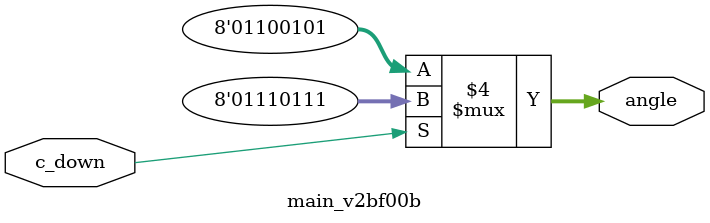
<source format=v>

`default_nettype none

module main #(
 parameter v3d0fbf = 8'd15,
 parameter v0ae405 = 8'd10,
 parameter v6ec67c = 8'd127,
 parameter v275834 = 80_000_000,
 parameter vf6d84e = 8'h40,
 parameter v350f57 = 8'hbf,
 parameter vef23c1 = 200_000,
 parameter v77874e = 0,
 parameter vd6e0a6 = 0,
 parameter v8a0d75 = 0,
 parameter vbfa150 = 255,
 parameter v48f44c = 255,
 parameter v5e4ec8 = 255,
 parameter v6dc2ee = 110,
 parameter vaa573c = 127
) (
 input v3948cc,
 input v617b87,
 input v506401,
 input vclk,
 output v319115,
 output va69428,
 output v4013e7,
 output v8357d7,
 output v4246bc,
 output vb0088b,
 output va1c7ea,
 output [0:4] vinit
);
 localparam p1 = v275834;
 localparam p3 = vef23c1;
 localparam p4 = v5e4ec8;
 localparam p5 = v8a0d75;
 localparam p7 = v6dc2ee;
 localparam p15 = v6ec67c;
 localparam p16 = v3d0fbf;
 localparam p17 = vf6d84e;
 localparam p18 = v350f57;
 localparam p27 = v0ae405;
 localparam p38 = vbfa150;
 localparam p40 = v77874e;
 localparam p42 = vaa573c;
 localparam p44 = v48f44c;
 localparam p45 = vd6e0a6;
 localparam p48 = vaa573c;
 wire w0;
 wire w2;
 wire w6;
 wire w8;
 wire w9;
 wire w10;
 wire w11;
 wire w12;
 wire w13;
 wire w14;
 wire w19;
 wire w20;
 wire [0:7] w21;
 wire [0:7] w22;
 wire [0:7] w23;
 wire w24;
 wire w25;
 wire [0:7] w26;
 wire [0:7] w28;
 wire w29;
 wire w30;
 wire w31;
 wire w32;
 wire w33;
 wire w34;
 wire [0:7] w35;
 wire [0:7] w36;
 wire w37;
 wire [0:7] w39;
 wire w41;
 wire w43;
 wire w46;
 wire w47;
 wire [0:7] w49;
 wire w50;
 wire w51;
 wire w52;
 wire w53;
 wire w54;
 wire w55;
 wire w56;
 wire w57;
 wire w58;
 wire w59;
 wire w60;
 wire w61;
 assign v8357d7 = w6;
 assign w11 = v617b87;
 assign w13 = v506401;
 assign w19 = v3948cc;
 assign va69428 = w24;
 assign vb0088b = w29;
 assign va1c7ea = w37;
 assign v319115 = w41;
 assign v4013e7 = w46;
 assign v4246bc = w50;
 assign w54 = vclk;
 assign w55 = vclk;
 assign w56 = vclk;
 assign w57 = vclk;
 assign w58 = vclk;
 assign w59 = vclk;
 assign w60 = vclk;
 assign w61 = vclk;
 assign w9 = w8;
 assign w10 = w8;
 assign w10 = w9;
 assign w25 = w24;
 assign w29 = w12;
 assign w33 = w12;
 assign w33 = w29;
 assign w34 = w14;
 assign w37 = w14;
 assign w37 = w34;
 assign w49 = w39;
 assign w51 = w43;
 assign w52 = w47;
 assign w55 = w54;
 assign w56 = w54;
 assign w56 = w55;
 assign w57 = w54;
 assign w57 = w55;
 assign w57 = w56;
 assign w58 = w54;
 assign w58 = w55;
 assign w58 = w56;
 assign w58 = w57;
 assign w59 = w54;
 assign w59 = w55;
 assign w59 = w56;
 assign w59 = w57;
 assign w59 = w58;
 assign w60 = w54;
 assign w60 = w55;
 assign w60 = w56;
 assign w60 = w57;
 assign w60 = w58;
 assign w60 = w59;
 assign w61 = w54;
 assign w61 = w55;
 assign w61 = w56;
 assign w61 = w57;
 assign w61 = w58;
 assign w61 = w59;
 assign w61 = w60;
 v2003b1 #(
  .veca477(p3)
 ) v4d1718 (
  .v22d3e8(w20),
  .vc04c2e(w54)
 );
 v2003b1 #(
  .veca477(p1)
 ) v9b05a6 (
  .v22d3e8(w2),
  .vc04c2e(w55)
 );
 v70ff7f vc69fb4 (
  .vef4cea(w0),
  .vb55943(w2),
  .vc24d9f(w8)
 );
 v3e6c24 v02bc91 (
  .v608bd9(w0)
 );
 v589d01 #(
  .v65ff05(p4),
  .v79a04d(p5),
  .vc78345(p7)
 ) veeeca6 (
  .v8aec2f(w6),
  .v4e3a3a(w8),
  .v3984b5(w26),
  .vc27e17(w56)
 );
 v91abf1 v583dfe (
  .vcdeb69(w9),
  .v695853(w12),
  .v09a613(w43)
 );
 v91abf1 v180790 (
  .vcdeb69(w10),
  .v695853(w14),
  .v09a613(w47)
 );
 v10d933 v6a480b (
  .v6a82dd(w11),
  .vd4e5d7(w12),
  .v444878(w57)
 );
 v10d933 v225039 (
  .v6a82dd(w13),
  .vd4e5d7(w14),
  .v444878(w58)
 );
 v36d45a #(
  .vc5c8ea(p15)
 ) v481981 (
  .v7d356d(w21)
 );
 v36d45a #(
  .vc5c8ea(p16)
 ) vd6c325 (
  .v7d356d(w35)
 );
 v36d45a #(
  .vc5c8ea(p17)
 ) v047ae1 (
  .v7d356d(w22)
 );
 v36d45a #(
  .vc5c8ea(p18)
 ) vb360aa (
  .v7d356d(w23)
 );
 va1b138 vf6141c (
  .v26bbef(w19),
  .v21a20e(w20),
  .v80e965(w21),
  .v8071e6(w22),
  .v9ec8c5(w23),
  .ve29c69(w24),
  .v71e3cf(w28),
  .vcff1aa(w39)
 );
 main_v2bf00b v2bf00b (
  .c_down(w25),
  .angle(w26)
 );
 v96b879 vc72c1a (
  .vd84de7(w28),
  .v6b9589(w32),
  .v33d7dd(w35),
  .vbcbf2f(w36)
 );
 v36d45a #(
  .vc5c8ea(p27)
 ) v6d63a7 (
  .v7d356d(w36)
 );
 v0ec077 va139e4 (
  .v25ee73(w30),
  .v4b5bc2(w34)
 );
 v0ec077 v17035d (
  .v25ee73(w31),
  .v4b5bc2(w33)
 );
 v493ea8 v4af042 (
  .v0e28cb(w30),
  .v3ca442(w31),
  .vcbab45(w32)
 );
 vde73c6 #(
  .v65ff05(p38),
  .v79a04d(p40),
  .vc78345(p42)
 ) vc0881c (
  .v3984b5(w39),
  .v8aec2f(w41),
  .v4e3a3a(w43),
  .vc27e17(w59)
 );
 vde73c6 #(
  .v65ff05(p44),
  .v79a04d(p45),
  .vc78345(p48)
 ) v3a7b92 (
  .v8aec2f(w46),
  .v4e3a3a(w47),
  .v3984b5(w49),
  .vc27e17(w60)
 );
 v683fb5 v02855d (
  .vc1e078(w50),
  .v988fa6(w53),
  .v3f7650(w61)
 );
 v3dfc1e v4dd0d6 (
  .v0e28cb(w51),
  .v3ca442(w52),
  .vcbab45(w53)
 );
 assign vinit = 5'b00000;
endmodule

module v2003b1 #(
 parameter veca477 = 12_000_000
) (
 input vc04c2e,
 output v22d3e8
);
 localparam p2 = veca477;
 wire w0;
 wire w1;
 assign w0 = vc04c2e;
 assign v22d3e8 = w1;
 v2003b1_v3805f2 #(
  .M_in(p2)
 ) v3805f2 (
  .clk(w0),
  .clk_out(w1)
 );
endmodule

module v2003b1_v3805f2 #(
 parameter M_in = 0
) (
 input clk,
 output clk_out
);
 //-- module bomba_x1(input wire clk, output wire clk_1hz)
 
 //-- Bombeo de bits de periodo regular a X Hz (Dictado por M y N)
 
 //-- Constante para dividir y obtener una frecuencia de  X Hz
 parameter M = M_in;
 
 //-- Calcular el numero de bits para almacenar M
 localparam N = $clog2(M);
 
 //-- Registro del divisor
 reg [N-1:0] divcounter;
 
 //-- Contador modulo M. tras M pulsos de reloj vuelve a 0
 always @(posedge clk)
   divcounter <= (divcounter == M - 1) ? 0 : divcounter + 1;
 
 //-- Obtener la señal de X Hz. La señal no tiene ciclo del 50%
 wire clk_doublehz;
 assign clk_doublehz = divcounter[N-1]; 
 
 //-- Usamos un biestable T para dividir entre 2 y obtener una señal
 //-- de X Hz y ciclo del 50%
 reg T = 0;
 always @(posedge clk_doublehz)
   T <= ~T;
   
 //-- Señal de salida de 1Hz y ciclo del 50%
 assign clk_out = T;
   
 //endmodule
endmodule

module v70ff7f (
 input vb55943,
 input vef4cea,
 output vc24d9f
);
 wire w0;
 wire w1;
 wire w2;
 assign w0 = vef4cea;
 assign w1 = vb55943;
 assign vc24d9f = w2;
 v70ff7f_v526aa2 v526aa2 (
  .d(w0),
  .clk(w1),
  .q(w2)
 );
endmodule

module v70ff7f_v526aa2 (
 input clk,
 input d,
 output q
);
 // D flip-flop
 
 reg q = 1'b0;
 
 always @(posedge clk)
 begin
   q <= d;
 end
 
 
endmodule

module v3e6c24 (
 output v608bd9
);
 wire w0;
 assign v608bd9 = w0;
 v3e6c24_v68c173 v68c173 (
  .v(w0)
 );
endmodule

module v3e6c24_v68c173 (
 output v
);
 // Bit 1
 
 assign v = 1'b1;
endmodule

module v589d01 #(
 parameter v79a04d = 8'h00,
 parameter v65ff05 = 8'hFF,
 parameter vc78345 = 8'h7F
) (
 input vc27e17,
 input [0:7] v3984b5,
 input v4e3a3a,
 output v8aec2f
);
 localparam p1 = v65ff05;
 localparam p2 = v79a04d;
 localparam p3 = vc78345;
 wire w0;
 wire w4;
 wire w5;
 wire [0:7] w6;
 assign v8aec2f = w0;
 assign w4 = vc27e17;
 assign w5 = v4e3a3a;
 assign w6 = v3984b5;
 v589d01_v815aa1 #(
  .in_max_angle(p1),
  .in_min_angle(p2),
  .in_home_pos(p3)
 ) v815aa1 (
  .servo(w0),
  .clk(w4),
  .enable_mov(w5),
  .bitpos(w6)
 );
endmodule

module v589d01_v815aa1 #(
 parameter in_min_angle = 0,
 parameter in_max_angle = 0,
 parameter in_home_pos = 0
) (
 input clk,
 input [7:0] bitpos,
 input enable_mov,
 output servo
);
 //-- ServoBit-180
 
 //-- Control de un servo Futaba 3003
 //-- con un bit. Se mueve a dos posiciones
 //-- Si enable movement está 0, el servo se mantiene en la posición "home_pos"
 //-- que se corresonden con 0 / 1
 //-- El angulo total recorrido es de 180 grados
 
 //-- ENTRADAS:
 //--  clk: Señal del sistema (12Mhz)
 //--  bitpos: Bit de posicion (0 - posicion derecha, 1 - posicion izquierda)
      
 //   Bitpos 0   Bitpos 1
 //    ___          ___
 //   | o---->  <----o |
 //   |   |        |   |
 //   |___|        |___|
 
 //-- SALIDAS:
 //-- servo : Señal PWM para controlar el servo
 
 //-- Constantes para el angulo DEL servo
 localparam ANG_0   = 8'h01;
 localparam ANG_45=8'h39;
 localparam ANG_90 = 8'h5F;
 localparam ANG_135=8'hAB;
 localparam ANG_180=8'hE0;
 localparam ANG_120=8'h5F;
 
 parameter min_angle =in_min_angle;
 parameter max_angle =in_max_angle;
 parameter home_pos=in_home_pos;
 
 //-- Posicion del servo cuando el
 //-- bit de entrada es 0
 //-- La corona del servo mira a la derecha
 localparam BIT0 = min_angle;
 
 //-- Posicion el servo cuando el BIT
 //-- de entrada es 1
 //-- La corona del servo mira a la izquierda
 localparam BIT1 = max_angle;
 
 //--Posicion del servo neutra o home
 localparam BITH=home_pos;
 
 
 //-- Posicion de 8 bits del servo
 reg [7:0] pos;
 
 //-- Asignar la posicion de 8 bits
 //-- segun si lo recibido es 0 ó 1 o segun si el enable_mov está activado
 always @(posedge clk)
     begin
     if (enable_mov ==0)
         begin
            pos<=BITH;
         end   
     else if (bitpos>BIT1)
         begin
            pos<=BIT1;
         end
     else if (bitpos<BIT0)
         begin
            pos<=BIT0;
         end
     else
         begin
            pos<=bitpos;
         end
     end
 
 
 //always @(posedge clk)
 //  begin//pos <= bitpos ? BIT1 : BIT0;
 //    if (enable_mov ==0)
 //       pos<=BITH;
 //    else if (bitpos==0)
 //       pos<=BIT0;
 //    else
 //       pos<=BIT1;
 //  end  
   
 //---
 //--- ServoMotor 
 
 //-- M es el valor del divisor para
 //-- obtener tics de M / 12.0 micro-segundos
 localparam M = 94; 
 localparam N = $clog2(M);
 
 //-- Contador para generar los tics
 reg [N-1:0] divcounter = 0;
 
 //-- Flag para indicar que un tic
 //-- ha ocurrido
 reg tic = 0;
 
 //-- Generacion de los tics. Cada
 //-- M ciclos del reloj se genera 1
 always @(posedge clk)
  tic <= (divcounter == M - 2);
 
 //-- Contador modulo M
 always @(posedge clk)
  if (tic)
    divcounter <= 0;
  else
    divcounter <= divcounter + 1;
 
 //-- Contador de la posicion del 
 //-- servo
 reg [10:0] angle_counter = 0;
 
 //-- A la posicion destino hay que
 //-- sumarle un offset, correspondiente
 //-- a los 0.3ms de la posicion inicial
 wire [8:0] pose = {1'b0, pos} + 9'd46;
 
 //-- Con cada tic se incrementa el
 //-- contador de angulo del servo
 always @(posedge clk)
  if (tic)
    angle_counter <= angle_counter + 1;
 
 //-- Cuando el contador es menor que el 
 //-- valor objetivo, la señal de PWM
 //-- del servo se pone 1, y 0 en 
 //-- caso contrario
 
 reg servo;
 
 always @(posedge clk) begin
  servo <= (angle_counter < {2'b00, pose});
  end
 
 
 
 
endmodule

module v91abf1 (
 input v695853,
 input vcdeb69,
 output v09a613
);
 wire w0;
 wire w1;
 wire w2;
 wire w3;
 assign v09a613 = w0;
 assign w2 = v695853;
 assign w3 = vcdeb69;
 v4b9553 v3d9ac5 (
  .vcbab45(w1),
  .v0e28cb(w2),
  .v3ca442(w3)
 );
 v0ec077 vfc842e (
  .v25ee73(w0),
  .v4b5bc2(w1)
 );
endmodule

module v4b9553 (
 input v0e28cb,
 input v3ca442,
 output vcbab45
);
 wire w0;
 wire w1;
 wire w2;
 assign w0 = v0e28cb;
 assign w1 = v3ca442;
 assign vcbab45 = w2;
 v4b9553_vf4938a vf4938a (
  .a(w0),
  .b(w1),
  .c(w2)
 );
 v44391c vf4114c (
 
 );
 v44391c vec8c80 (
 
 );
endmodule

module v4b9553_vf4938a (
 input a,
 input b,
 output c
);
 // NAND logic gate
 
 assign c = ~(a & b);
endmodule

module v44391c
;
 v74d69b v949c82 (
 
 );
 v74d69b ve0f5c7 (
 
 );
endmodule

module v74d69b
;
 vef9670 vdb7477 (
 
 );
 vef9670 v826842 (
 
 );
 vef9670 vdc9b55 (
 
 );
 vef9670 vea688b (
 
 );
endmodule

module vef9670
;
 v8450b0 vd09707 (
 
 );
 v8450b0 v38def6 (
 
 );
 v8450b0 v0c6e31 (
 
 );
 v8450b0 v3071e7 (
 
 );
 v8450b0 vca3873 (
 
 );
endmodule

module v8450b0
;

endmodule

module v0ec077 (
 input v4b5bc2,
 output v25ee73
);
 wire w0;
 wire w1;
 wire w2;
 assign v25ee73 = w0;
 assign w1 = v4b5bc2;
 assign w2 = v4b5bc2;
 assign w2 = w1;
 v4b9553 vdf6feb (
  .vcbab45(w0),
  .v0e28cb(w1),
  .v3ca442(w2)
 );
endmodule

module v10d933 (
 input v444878,
 input v6a82dd,
 output vd4e5d7
);
 wire w0;
 wire w1;
 wire w2;
 assign vd4e5d7 = w0;
 assign w1 = v444878;
 assign w2 = v6a82dd;
 v10d933_va7041c va7041c (
  .out(w0),
  .clk(w1),
  .in(w2)
 );
endmodule

module v10d933_va7041c (
 input clk,
 input in,
 output out
);
 //-- Debouncer Circuit
 //-- It produces a stable output when the
 //-- input signal is bouncing
 
 reg btn_prev = 0;
 reg btn_out_r = 0;
 
 reg [16:0] counter = 0;
 
 
 always @(posedge clk) begin
 
   //-- If btn_prev and btn_in are differents
   if (btn_prev ^ in == 1'b1) begin
     
       //-- Reset the counter
       counter <= 0;
       
       //-- Capture the button status
       btn_prev <= in;
   end
     
   //-- If no timeout, increase the counter
   else if (counter[16] == 1'b0)
       counter <= counter + 1;
       
   else
     //-- Set the output to the stable value
     btn_out_r <= btn_prev;
 
 end
 
 assign out = btn_out_r;
 
endmodule

module v36d45a #(
 parameter vc5c8ea = 8'h00
) (
 output [7:0] v7d356d
);
 localparam p1 = vc5c8ea;
 wire [0:7] w0;
 assign v7d356d = w0;
 v36d45a_v465065 #(
  .V(p1)
 ) v465065 (
  .k(w0)
 );
endmodule

module v36d45a_v465065 #(
 parameter V = 0
) (
 output [7:0] k
);
 assign k = V;
endmodule

module va1b138 (
 input v21a20e,
 input [7:0] v80e965,
 input v26bbef,
 input [7:0] v71e3cf,
 input [7:0] v8071e6,
 input [7:0] v9ec8c5,
 output [7:0] vcff1aa,
 output ve29c69
);
 wire w0;
 wire w1;
 wire w2;
 wire w3;
 wire w4;
 wire [0:7] w5;
 wire w6;
 wire w7;
 wire [0:7] w8;
 wire [0:7] w9;
 wire [0:7] w10;
 wire [0:7] w11;
 wire w12;
 assign w4 = v21a20e;
 assign w5 = v80e965;
 assign w6 = v26bbef;
 assign w7 = v21a20e;
 assign w8 = v71e3cf;
 assign w9 = v8071e6;
 assign w10 = v9ec8c5;
 assign vcff1aa = w11;
 assign ve29c69 = w12;
 assign w7 = w4;
 v493ea8 v41e751 (
  .vcbab45(w0),
  .v0e28cb(w3),
  .v3ca442(w6)
 );
 ve543ae v38a488 (
  .v74a653(w1),
  .vc6ae1f(w2),
  .vd7ce19(w4)
 );
 v725b7e vcd26cc (
  .v9fb85f(w1)
 );
 v0ec077 v161325 (
  .v4b5bc2(w2),
  .v25ee73(w3)
 );
 va1b138_vcd2561 vcd2561 (
  .reset(w0),
  .center(w5),
  .cnt(w7),
  .sum_value(w8),
  .min_v(w9),
  .max_v(w10),
  .value(w11),
  .ow(w12)
 );
endmodule

module va1b138_vcd2561 (
 input cnt,
 input [7:0] center,
 input reset,
 input [7:0] sum_value,
 input [7:0] min_v,
 input [7:0] max_v,
 output [7:0] value,
 output ow
);
 /*
 
 Oscillator Counter
 
 
 Created by Julián Caro Linares
 
 jcarolinares@gmail.co,
 */
 
 
 
 
 reg value;
 reg c_down;
 
 
 
 always @(posedge cnt)
     
     if (reset==1)
         value<=center;
     else if (value>=max_v && c_down==0)
             c_down<=1;
     else if (value<=min_v && c_down==1)
             c_down<=0;
     else
         if (c_down==0)
             value<=value+sum_value;
         else
             value<=value-sum_value;
 
 assign ow=c_down;
endmodule

module v493ea8 (
 input v0e28cb,
 input v3ca442,
 output vcbab45
);
 wire w0;
 wire w1;
 wire w2;
 wire w3;
 wire w4;
 assign w0 = v0e28cb;
 assign w1 = v3ca442;
 assign vcbab45 = w2;
 v0ec077 v1a413a (
  .v4b5bc2(w0),
  .v25ee73(w3)
 );
 v0ec077 v6168dd (
  .v4b5bc2(w1),
  .v25ee73(w4)
 );
 v4b9553 vdb792a (
  .vcbab45(w2),
  .v0e28cb(w3),
  .v3ca442(w4)
 );
endmodule

module ve543ae #(
 parameter v3c760f = 0
) (
 input vd7ce19,
 input v74a653,
 output vc6ae1f
);
 localparam p1 = v3c760f;
 wire w0;
 wire w2;
 wire w3;
 assign vc6ae1f = w0;
 assign w2 = vd7ce19;
 assign w3 = v74a653;
 v77050b #(
  .v38488b(p1)
 ) v767db1 (
  .vc24d9f(w0),
  .vb55943(w2),
  .vef4cea(w3)
 );
endmodule

module v77050b #(
 parameter v38488b = 0
) (
 input vb55943,
 input vef4cea,
 output vc24d9f
);
 localparam p3 = v38488b;
 wire w0;
 wire w1;
 wire w2;
 assign w0 = vef4cea;
 assign w1 = vb55943;
 assign vc24d9f = w2;
 v77050b_v526aa2 #(
  .DINI(p3)
 ) v526aa2 (
  .d(w0),
  .clk(w1),
  .q(w2)
 );
endmodule

module v77050b_v526aa2 #(
 parameter DINI = 0
) (
 input clk,
 input d,
 output q
);
 // D flip-flop
 // parameter DINI = 0;
 
 reg q = DINI;
 
 always @(posedge clk)
   q <= d;
   
 
 
endmodule

module v725b7e (
 output v9fb85f
);
 wire w0;
 assign v9fb85f = w0;
 v725b7e_vb2eccd vb2eccd (
  .q(w0)
 );
endmodule

module v725b7e_vb2eccd (
 output q
);
 //-- Bit constante a 1
 assign q = 1'b1;
 
 
endmodule

module v96b879 (
 input [7:0] vbcbf2f,
 input [7:0] v33d7dd,
 input v6b9589,
 output [7:0] vd84de7
);
 wire w0;
 wire [0:7] w1;
 wire [0:7] w2;
 wire [0:3] w3;
 wire [0:3] w4;
 wire w5;
 wire [0:7] w6;
 wire [0:3] w7;
 wire [0:3] w8;
 wire [0:3] w9;
 wire [0:3] w10;
 assign w0 = v6b9589;
 assign w1 = vbcbf2f;
 assign vd84de7 = w2;
 assign w5 = v6b9589;
 assign w6 = v33d7dd;
 assign w5 = w0;
 vac7f49 va86eae (
  .v6b9589(w0),
  .v0a890f(w3),
  .v9295ac(w9),
  .v8fe749(w10)
 );
 vdeb8ad v4d3ae3 (
  .v3d06d6(w1),
  .vd47139(w8),
  .va80ecf(w10)
 );
 v4856f5 v37e231 (
  .vb226fb(w2),
  .v0064b3(w3),
  .vbb1f02(w4)
 );
 vac7f49 v177a18 (
  .v0a890f(w4),
  .v6b9589(w5),
  .v9295ac(w7),
  .v8fe749(w8)
 );
 vdeb8ad v66c17f (
  .v3d06d6(w6),
  .vd47139(w7),
  .va80ecf(w9)
 );
endmodule

module vac7f49 (
 input [3:0] v8fe749,
 input [3:0] v9295ac,
 input v6b9589,
 output [3:0] v0a890f
);
 wire [0:3] w0;
 wire [0:3] w1;
 wire [0:3] w2;
 wire w3;
 wire w4;
 wire w5;
 wire w6;
 wire w7;
 wire w8;
 wire w9;
 wire w10;
 wire w11;
 wire w12;
 wire w13;
 wire w14;
 wire w15;
 wire w16;
 wire w17;
 wire w18;
 assign v0a890f = w0;
 assign w1 = v8fe749;
 assign w2 = v9295ac;
 assign w7 = v6b9589;
 assign w8 = v6b9589;
 assign w9 = v6b9589;
 assign w10 = v6b9589;
 assign w8 = w7;
 assign w9 = w7;
 assign w9 = w8;
 assign w10 = w7;
 assign w10 = w8;
 assign w10 = w9;
 v6ac608 v1bec58 (
  .vadf1ad(w0),
  .v9623df(w3),
  .v574e61(w4),
  .v19712c(w5),
  .ve7fe79(w6)
 );
 v1d9ca5 v082be3 (
  .v21a753(w1),
  .v679115(w12),
  .v48eacb(w14),
  .v39a44e(w16),
  .vf89854(w18)
 );
 v1d9ca5 v2dfb4e (
  .v21a753(w2),
  .v679115(w11),
  .v48eacb(w13),
  .v39a44e(w15),
  .vf89854(w17)
 );
 va27ebf v8a3f12 (
  .vdcf411(w3),
  .v02803c(w10),
  .v240f0a(w17),
  .v7e3c7c(w18)
 );
 va27ebf vdc5c10 (
  .vdcf411(w6),
  .v02803c(w9),
  .v240f0a(w15),
  .v7e3c7c(w16)
 );
 va27ebf v1724df (
  .vdcf411(w4),
  .v02803c(w8),
  .v240f0a(w13),
  .v7e3c7c(w14)
 );
 va27ebf v8fa40f (
  .vdcf411(w5),
  .v02803c(w7),
  .v240f0a(w11),
  .v7e3c7c(w12)
 );
endmodule

module v6ac608 (
 input v9623df,
 input ve7fe79,
 input v574e61,
 input v19712c,
 output [3:0] vadf1ad
);
 wire [0:3] w0;
 wire w1;
 wire w2;
 wire w3;
 wire w4;
 assign vadf1ad = w0;
 assign w1 = v19712c;
 assign w2 = v574e61;
 assign w3 = ve7fe79;
 assign w4 = v9623df;
 v6ac608_v89b409 v89b409 (
  .o(w0),
  .i0(w1),
  .i1(w2),
  .i2(w3),
  .i3(w4)
 );
endmodule

module v6ac608_v89b409 (
 input i3,
 input i2,
 input i1,
 input i0,
 output [3:0] o
);
 assign o = {i3,i2,i1,i0};
 
 
endmodule

module v1d9ca5 (
 input [3:0] v21a753,
 output vf89854,
 output v39a44e,
 output v48eacb,
 output v679115
);
 wire [0:3] w0;
 wire w1;
 wire w2;
 wire w3;
 wire w4;
 assign w0 = v21a753;
 assign v679115 = w1;
 assign v48eacb = w2;
 assign v39a44e = w3;
 assign vf89854 = w4;
 v1d9ca5_v89b409 v89b409 (
  .i(w0),
  .o0(w1),
  .o1(w2),
  .o2(w3),
  .o3(w4)
 );
endmodule

module v1d9ca5_v89b409 (
 input [3:0] i,
 output o3,
 output o2,
 output o1,
 output o0
);
 assign {o3,o2,o1,o0} = i;
 
 
endmodule

module va27ebf (
 input v7e3c7c,
 input v240f0a,
 input v02803c,
 output vdcf411
);
 wire w0;
 wire w1;
 wire w2;
 wire w3;
 wire w4;
 wire w5;
 wire w6;
 wire w7;
 assign vdcf411 = w0;
 assign w3 = v240f0a;
 assign w5 = v02803c;
 assign w6 = v7e3c7c;
 assign w7 = v02803c;
 assign w7 = w5;
 v493ea8 vc43974 (
  .vcbab45(w0),
  .v0e28cb(w1),
  .v3ca442(w2)
 );
 v91abf1 v2029a7 (
  .v09a613(w1),
  .v695853(w6),
  .vcdeb69(w7)
 );
 v0ec077 vee713b (
  .v25ee73(w4),
  .v4b5bc2(w5)
 );
 v91abf1 vcee616 (
  .v09a613(w2),
  .v695853(w3),
  .vcdeb69(w4)
 );
endmodule

module vdeb8ad (
 input [7:0] v3d06d6,
 output [3:0] va80ecf,
 output [3:0] vd47139
);
 wire [0:7] w0;
 wire [0:3] w1;
 wire [0:3] w2;
 assign w0 = v3d06d6;
 assign va80ecf = w1;
 assign vd47139 = w2;
 vdeb8ad_v89b409 v89b409 (
  .i(w0),
  .o1(w1),
  .o0(w2)
 );
endmodule

module vdeb8ad_v89b409 (
 input [7:0] i,
 output [3:0] o1,
 output [3:0] o0
);
 assign {o1,o0} = i;
 
 
endmodule

module v4856f5 (
 input [3:0] v0064b3,
 input [3:0] vbb1f02,
 output [7:0] vb226fb
);
 wire [0:3] w0;
 wire [0:3] w1;
 wire [0:7] w2;
 assign w0 = v0064b3;
 assign w1 = vbb1f02;
 assign vb226fb = w2;
 v4856f5_v89b409 v89b409 (
  .i1(w0),
  .i0(w1),
  .o(w2)
 );
endmodule

module v4856f5_v89b409 (
 input [3:0] i1,
 input [3:0] i0,
 output [7:0] o
);
 assign o = {i1,i0};
 
 
endmodule

module vde73c6 #(
 parameter v79a04d = 8'h00,
 parameter v65ff05 = 8'hFF,
 parameter vc78345 = 8'h7F
) (
 input vc27e17,
 input [0:7] v3984b5,
 input v4e3a3a,
 output v8aec2f
);
 localparam p1 = v65ff05;
 localparam p2 = v79a04d;
 localparam p3 = vc78345;
 wire w0;
 wire w4;
 wire w5;
 wire [0:7] w6;
 assign v8aec2f = w0;
 assign w4 = vc27e17;
 assign w5 = v4e3a3a;
 assign w6 = v3984b5;
 vde73c6_v815aa1 #(
  .in_max_angle(p1),
  .in_min_angle(p2),
  .in_home_pos(p3)
 ) v815aa1 (
  .servo(w0),
  .clk(w4),
  .enable_mov(w5),
  .bitpos(w6)
 );
endmodule

module vde73c6_v815aa1 #(
 parameter in_min_angle = 0,
 parameter in_max_angle = 0,
 parameter in_home_pos = 0
) (
 input clk,
 input [7:0] bitpos,
 input enable_mov,
 output servo
);
 //-- ServoBit-180
 
 //-- Control de un servo Futaba 3003
 //-- con un bit. Se mueve a dos posiciones
 //-- Si enable movement está 0, el servo se mantiene en la posición "home_pos"
 //-- que se corresonden con 0 / 1
 //-- El angulo total recorrido es de 180 grados
 
 //-- ENTRADAS:
 //--  clk: Señal del sistema (12Mhz)
 //--  bitpos: Bit de posicion (0 - posicion derecha, 1 - posicion izquierda)
      
 //   Bitpos 0   Bitpos 1
 //    ___          ___
 //   | o---->  <----o |
 //   |   |        |   |
 //   |___|        |___|
 
 //-- SALIDAS:
 //-- servo : Señal PWM para controlar el servo
 
 //-- Constantes para el angulo DEL servo
 localparam ANG_0   = 8'h01;
 localparam ANG_45=8'h39;
 localparam ANG_90 = 8'h5F;
 localparam ANG_135=8'hAB;
 localparam ANG_180=8'hE0;
 localparam ANG_120=8'h5F;
 
 parameter min_angle =in_min_angle;
 parameter max_angle =in_max_angle;
 parameter home_pos=in_home_pos;
 
 //-- Posicion del servo cuando el
 //-- bit de entrada es 0
 //-- La corona del servo mira a la derecha
 localparam BIT0 = min_angle;
 
 //-- Posicion el servo cuando el BIT
 //-- de entrada es 1
 //-- La corona del servo mira a la izquierda
 localparam BIT1 = max_angle;
 
 //--Posicion del servo neutra o home
 localparam BITH=home_pos;
 
 
 //-- Posicion de 8 bits del servo
 reg [7:0] pos;
 reg [7:0] last_pos=BITH;
 
 //-- Asignar la posicion de 8 bits
 //-- segun si lo recibido es 0 ó 1 o segun si el enable_mov está activado
 always @(posedge clk)
     begin
     if (enable_mov ==0)
         begin
            pos<=last_pos;
         end   
     else if (bitpos>BIT1)
         begin
            pos<=BIT1;
         end
     else if (bitpos<BIT0)
         begin
            pos<=BIT0;
         end
     else
         begin
            pos<=bitpos;
            last_pos<=bitpos;
         end
     end
 
 
 //always @(posedge clk)
 //  begin//pos <= bitpos ? BIT1 : BIT0;
 //    if (enable_mov ==0)
 //       pos<=BITH;
 //    else if (bitpos==0)
 //       pos<=BIT0;
 //    else
 //       pos<=BIT1;
 //  end  
   
 //---
 //--- ServoMotor 
 
 //-- M es el valor del divisor para
 //-- obtener tics de M / 12.0 micro-segundos
 localparam M = 94; 
 localparam N = $clog2(M);
 
 //-- Contador para generar los tics
 reg [N-1:0] divcounter = 0;
 
 //-- Flag para indicar que un tic
 //-- ha ocurrido
 reg tic = 0;
 
 //-- Generacion de los tics. Cada
 //-- M ciclos del reloj se genera 1
 always @(posedge clk)
  tic <= (divcounter == M - 2);
 
 //-- Contador modulo M
 always @(posedge clk)
  if (tic)
    divcounter <= 0;
  else
    divcounter <= divcounter + 1;
 
 //-- Contador de la posicion del 
 //-- servo
 reg [10:0] angle_counter = 0;
 
 //-- A la posicion destino hay que
 //-- sumarle un offset, correspondiente
 //-- a los 0.3ms de la posicion inicial
 wire [8:0] pose = {1'b0, pos} + 9'd46;
 
 //-- Con cada tic se incrementa el
 //-- contador de angulo del servo
 always @(posedge clk)
  if (tic)
    angle_counter <= angle_counter + 1;
 
 //-- Cuando el contador es menor que el 
 //-- valor objetivo, la señal de PWM
 //-- del servo se pone 1, y 0 en 
 //-- caso contrario
 
 reg servo;
 
 always @(posedge clk) begin
  servo <= (angle_counter < {2'b00, pose});
  end
 
 
 
 
endmodule

module v683fb5 (
 input v3f7650,
 input v988fa6,
 output vc1e078
);
 wire w0;
 wire w1;
 wire w2;
 assign vc1e078 = w0;
 assign w1 = v988fa6;
 assign w2 = v3f7650;
 v683fb5_v2ebca2 v2ebca2 (
  .beep(w0),
  .play(w1),
  .clk(w2)
 );
endmodule

module v683fb5_v2ebca2 (
 input clk,
 input play,
 output beep
);
 reg [13:0] div = 0;
 
 always @(posedge clk)
   div <= div + 1;
   
 assign beep = div[13] & play;
 
 
endmodule

module v3dfc1e (
 input v0e28cb,
 input v3ca442,
 output vcbab45
);
 wire w0;
 wire w1;
 wire w2;
 wire w3;
 wire w4;
 wire w5;
 wire w6;
 wire w7;
 wire w8;
 assign vcbab45 = w0;
 assign w1 = v0e28cb;
 assign w2 = v3ca442;
 assign w4 = v3ca442;
 assign w8 = v0e28cb;
 assign w4 = w2;
 assign w8 = w1;
 v4b9553 vc87175 (
  .vcbab45(w0),
  .v0e28cb(w5),
  .v3ca442(w6)
 );
 v0ec077 v3ca685 (
  .v4b5bc2(w1),
  .v25ee73(w3)
 );
 v0ec077 vc544fc (
  .v4b5bc2(w2),
  .v25ee73(w7)
 );
 v4b9553 v17c8f6 (
  .v0e28cb(w3),
  .v3ca442(w4),
  .vcbab45(w5)
 );
 v4b9553 v3e587c (
  .vcbab45(w6),
  .v3ca442(w7),
  .v0e28cb(w8)
 );
endmodule

module main_v2bf00b (
 input c_down,
 output [7:0] angle
);
 reg angle;
 
 always@ (c_down)
 begin
     if (c_down==1)
         angle<=8'h77;//77touch left side
     else
         angle<=8'h65;//63touch right side
 
 end
endmodule

</source>
